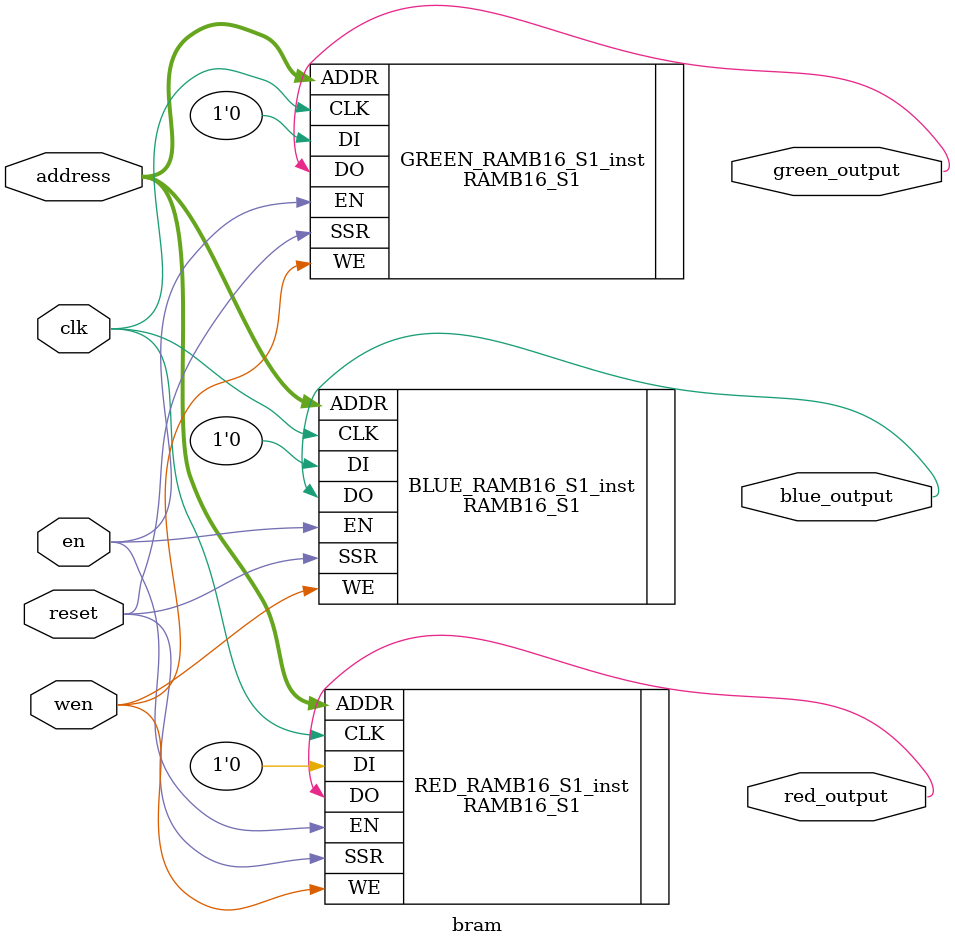
<source format=v>
module bram(clk, reset, en, wen, address, red_output, green_output, blue_output);
input clk, reset, en, wen;
input [13:0] address;

output red_output, green_output, blue_output;

   RAMB16_S1 #(
      .INIT(1'b0),
      .SRVAL(1'b0),
      .WRITE_MODE("READ_FIRST"), // WRITE_FIRST, READ_FIRST or NO_CHANGE

      // the red one
      .INIT_2F(256'hFFFFFFFFFFFFFFFFFFFFFFFFFFFFFFFF_FFFFFFFFFFFFFFFFFFFFFFFFFFFFFFFF),
      .INIT_2E(256'hFFFFFFFFFFFFFFFFFFFFFFFFFFFFFFFF_FFFFFFFFFFFFFFFFFFFFFFFFFFFFFFFF),
      .INIT_2D(256'hFFFFFFFFFFFFFFFFFFFFFFFFFFFFFFFF_FFFFFFFFFFFFFFFFFFFFFFFFFFFFFFFF),
      .INIT_2C(256'hFFFFFFFFFFFFFFFFFFFFFFFFFFFFFFFF_FFFFFFFFFFFFFFFFFFFFFFFFFFFFFFFF),
      .INIT_2B(256'hFFFFFFFFFFFFFFFFFFFFFFFFFFFFFFFF_FFFFFFFFFFFFFFFFFFFFFFFFFFFFFFFF),
      .INIT_2A(256'hFFFFFFFFFFFFFFFFFFFFFFFFFFFFFFFF_FFFFFFFFFFFFFFFFFFFFFFFFFFFFFFFF),
      .INIT_29(256'hFFFFFFFFFFFFFFFFFFFFFFFFFFFFFFFF_FFFFFFFFFFFFFFFFFFFFFFFFFFFFFFFF),
      .INIT_28(256'hFFFFFFFFFFFFFFFFFFFFFFFFFFFFFFFF_FFFFFFFFFFFFFFFFFFFFFFFFFFFFFFFF),
      .INIT_27(256'hFFFFFFFFFFFFFFFFFFFFFFFFFFFFFFFF_FFFFFFFFFFFFFFFFFFFFFFFFFFFFFFFF),
      .INIT_26(256'hFFFFFFFFFFFFFFFFFFFFFFFFFFFFFFFF_FFFFFFFFFFFFFFFFFFFFFFFFFFFFFFFF),
      .INIT_25(256'hFFFFFFFFFFFFFFFFFFFFFFFFFFFFFFFF_FFFFFFFFFFFFFFFFFFFFFFFFFFFFFFFF),
      .INIT_24(256'hFFFFFFFFFFFFFFFFFFFFFFFFFFFFFFFF_FFFFFFFFFFFFFFFFFFFFFFFFFFFFFFFF),

      // the green color
      .INIT_23(256'hFFFFFFFFFFFFFFFFFFFFFFFFFFFFFFFF_00000000000000000000000000000000),
      .INIT_22(256'hFFFFFFFFFFFFFFFFFFFFFFFFFFFFFFFF_FFFFFFFFFFFFFFFFFFFFFFFFFFFFFFFF),
      .INIT_21(256'h00000000000000000000000000000000_FFFFFFFFFFFFFFFFFFFFFFFFFFFFFFFF),

      .INIT_20(256'hFFFFFFFFFFFFFFFFFFFFFFFFFFFFFFFF_00000000000000000000000000000000),
      .INIT_1F(256'hFFFFFFFFFFFFFFFFFFFFFFFFFFFFFFFF_FFFFFFFFFFFFFFFFFFFFFFFFFFFFFFFF),
      .INIT_1E(256'h00000000000000000000000000000000_FFFFFFFFFFFFFFFFFFFFFFFFFFFFFFFF),

      .INIT_1D(256'hFFFFFFFFFFFFFFFFFFFFFFFFFFFFFFFF_00000000000000000000000000000000),
      .INIT_1C(256'hFFFFFFFFFFFFFFFFFFFFFFFFFFFFFFFF_FFFFFFFFFFFFFFFFFFFFFFFFFFFFFFFF),
      .INIT_1B(256'h00000000000000000000000000000000_FFFFFFFFFFFFFFFFFFFFFFFFFFFFFFFF),

      .INIT_1A(256'hFFFFFFFFFFFFFFFFFFFFFFFFFFFFFFFF_00000000000000000000000000000000),
      .INIT_19(256'hFFFFFFFFFFFFFFFFFFFFFFFFFFFFFFFF_FFFFFFFFFFFFFFFFFFFFFFFFFFFFFFFF),
      .INIT_18(256'h00000000000000000000000000000000_FFFFFFFFFFFFFFFFFFFFFFFFFFFFFFFF),

      // the blue color
      .INIT_17(256'hFFFFFFFFFFFFFFFFFFFFFFFFFFFFFFFF_00000000000000000000000000000000),
      .INIT_16(256'hFFFFFFFFFFFFFFFFFFFFFFFFFFFFFFFF_FFFFFFFFFFFFFFFFFFFFFFFFFFFFFFFF),
      .INIT_15(256'h00000000000000000000000000000000_FFFFFFFFFFFFFFFFFFFFFFFFFFFFFFFF),

      .INIT_14(256'hFFFFFFFFFFFFFFFFFFFFFFFFFFFFFFFF_00000000000000000000000000000000),
      .INIT_13(256'hFFFFFFFFFFFFFFFFFFFFFFFFFFFFFFFF_FFFFFFFFFFFFFFFFFFFFFFFFFFFFFFFF),
      .INIT_12(256'h00000000000000000000000000000000_FFFFFFFFFFFFFFFFFFFFFFFFFFFFFFFF),

      .INIT_11(256'hFFFFFFFFFFFFFFFFFFFFFFFFFFFFFFFF_00000000000000000000000000000000),
      .INIT_10(256'hFFFFFFFFFFFFFFFFFFFFFFFFFFFFFFFF_FFFFFFFFFFFFFFFFFFFFFFFFFFFFFFFF),
      .INIT_0F(256'h00000000000000000000000000000000_FFFFFFFFFFFFFFFFFFFFFFFFFFFFFFFF),

      .INIT_0E(256'hFFFFFFFFFFFFFFFFFFFFFFFFFFFFFFFF_00000000000000000000000000000000),
      .INIT_0D(256'hFFFFFFFFFFFFFFFFFFFFFFFFFFFFFFFF_FFFFFFFFFFFFFFFFFFFFFFFFFFFFFFFF),
      .INIT_0C(256'h00000000000000000000000000000000_FFFFFFFFFFFFFFFFFFFFFFFFFFFFFFFF),

      // the multicolor area
      .INIT_0B(256'h00000000000000000000000000000000_E1E1E1E1E1E1E1E1E1E1E1E1E1E1E1E1),
      .INIT_0A(256'hE1E1E1E1E1E1E1E1E1E1E1E1E1E1E1E1_E1E1E1E1E1E1E1E1E1E1E1E1E1E1E1E1),
      .INIT_09(256'hE1E1E1E1E1E1E1E1E1E1E1E1E1E1E1E1_E1E1E1E1E1E1E1E1E1E1E1E1E1E1E1E1),
      .INIT_08(256'hE1E1E1E1E1E1E1E1E1E1E1E1E1E1E1E1_E1E1E1E1E1E1E1E1E1E1E1E1E1E1E1E1),
      .INIT_07(256'hE1E1E1E1E1E1E1E1E1E1E1E1E1E1E1E1_E1E1E1E1E1E1E1E1E1E1E1E1E1E1E1E1),
      .INIT_06(256'hE1E1E1E1E1E1E1E1E1E1E1E1E1E1E1E1_E1E1E1E1E1E1E1E1E1E1E1E1E1E1E1E1),
      .INIT_05(256'hE1E1E1E1E1E1E1E1E1E1E1E1E1E1E1E1_E1E1E1E1E1E1E1E1E1E1E1E1E1E1E1E1),
      .INIT_04(256'hE1E1E1E1E1E1E1E1E1E1E1E1E1E1E1E1_E1E1E1E1E1E1E1E1E1E1E1E1E1E1E1E1),
      .INIT_03(256'hE1E1E1E1E1E1E1E1E1E1E1E1E1E1E1E1_E1E1E1E1E1E1E1E1E1E1E1E1E1E1E1E1),
      .INIT_02(256'hE1E1E1E1E1E1E1E1E1E1E1E1E1E1E1E1_E1E1E1E1E1E1E1E1E1E1E1E1E1E1E1E1),
      .INIT_01(256'hE1E1E1E1E1E1E1E1E1E1E1E1E1E1E1E1_E1E1E1E1E1E1E1E1E1E1E1E1E1E1E1E1),
      .INIT_00(256'hE1E1E1E1E1E1E1E1E1E1E1E1E1E1E1E1_00000000000000000000000000000000)
    ) RED_RAMB16_S1_inst (
      .DO(red_output),
      .ADDR(address),
      .CLK(clk),
      .DI(1'b0),
      .EN(en),
      .SSR(reset),
      .WE(wen)
   );

   // **************************** GREEN COLOR *********************************

  RAMB16_S1 #(
    .INIT(1'b0),
    .SRVAL(1'b0),
    .WRITE_MODE("READ_FIRST"),

    // the red one
    .INIT_2F(256'hFFFFFFFFFFFFFFFFFFFFFFFFFFFFFFFF_00000000000000000000000000000000),
    .INIT_2E(256'hFFFFFFFFFFFFFFFFFFFFFFFFFFFFFFFF_FFFFFFFFFFFFFFFFFFFFFFFFFFFFFFFF),
    .INIT_2D(256'h00000000000000000000000000000000_FFFFFFFFFFFFFFFFFFFFFFFFFFFFFFFF),

    .INIT_2C(256'hFFFFFFFFFFFFFFFFFFFFFFFFFFFFFFFF_00000000000000000000000000000000),
    .INIT_2B(256'hFFFFFFFFFFFFFFFFFFFFFFFFFFFFFFFF_FFFFFFFFFFFFFFFFFFFFFFFFFFFFFFFF),
    .INIT_2A(256'h00000000000000000000000000000000_FFFFFFFFFFFFFFFFFFFFFFFFFFFFFFFF),

    .INIT_29(256'hFFFFFFFFFFFFFFFFFFFFFFFFFFFFFFFF_00000000000000000000000000000000),
    .INIT_28(256'hFFFFFFFFFFFFFFFFFFFFFFFFFFFFFFFF_FFFFFFFFFFFFFFFFFFFFFFFFFFFFFFFF),
    .INIT_27(256'h00000000000000000000000000000000_FFFFFFFFFFFFFFFFFFFFFFFFFFFFFFFF),

    .INIT_26(256'hFFFFFFFFFFFFFFFFFFFFFFFFFFFFFFFF_00000000000000000000000000000000),
    .INIT_25(256'hFFFFFFFFFFFFFFFFFFFFFFFFFFFFFFFF_FFFFFFFFFFFFFFFFFFFFFFFFFFFFFFFF),
    .INIT_24(256'h00000000000000000000000000000000_FFFFFFFFFFFFFFFFFFFFFFFFFFFFFFFF),

    // the green color
    .INIT_23(256'hFFFFFFFFFFFFFFFFFFFFFFFFFFFFFFFF_FFFFFFFFFFFFFFFFFFFFFFFFFFFFFFFF),
    .INIT_22(256'hFFFFFFFFFFFFFFFFFFFFFFFFFFFFFFFF_FFFFFFFFFFFFFFFFFFFFFFFFFFFFFFFF),
    .INIT_21(256'hFFFFFFFFFFFFFFFFFFFFFFFFFFFFFFFF_FFFFFFFFFFFFFFFFFFFFFFFFFFFFFFFF),
    .INIT_20(256'hFFFFFFFFFFFFFFFFFFFFFFFFFFFFFFFF_FFFFFFFFFFFFFFFFFFFFFFFFFFFFFFFF),
    .INIT_1F(256'hFFFFFFFFFFFFFFFFFFFFFFFFFFFFFFFF_FFFFFFFFFFFFFFFFFFFFFFFFFFFFFFFF),
    .INIT_1E(256'hFFFFFFFFFFFFFFFFFFFFFFFFFFFFFFFF_FFFFFFFFFFFFFFFFFFFFFFFFFFFFFFFF),
    .INIT_1D(256'hFFFFFFFFFFFFFFFFFFFFFFFFFFFFFFFF_FFFFFFFFFFFFFFFFFFFFFFFFFFFFFFFF),
    .INIT_1C(256'hFFFFFFFFFFFFFFFFFFFFFFFFFFFFFFFF_FFFFFFFFFFFFFFFFFFFFFFFFFFFFFFFF),
    .INIT_1B(256'hFFFFFFFFFFFFFFFFFFFFFFFFFFFFFFFF_FFFFFFFFFFFFFFFFFFFFFFFFFFFFFFFF),
    .INIT_1A(256'hFFFFFFFFFFFFFFFFFFFFFFFFFFFFFFFF_FFFFFFFFFFFFFFFFFFFFFFFFFFFFFFFF),
    .INIT_19(256'hFFFFFFFFFFFFFFFFFFFFFFFFFFFFFFFF_FFFFFFFFFFFFFFFFFFFFFFFFFFFFFFFF),
    .INIT_18(256'hFFFFFFFFFFFFFFFFFFFFFFFFFFFFFFFF_FFFFFFFFFFFFFFFFFFFFFFFFFFFFFFFF),

    // the blue color
    .INIT_17(256'hFFFFFFFFFFFFFFFFFFFFFFFFFFFFFFFF_00000000000000000000000000000000),
    .INIT_16(256'hFFFFFFFFFFFFFFFFFFFFFFFFFFFFFFFF_FFFFFFFFFFFFFFFFFFFFFFFFFFFFFFFF),
    .INIT_15(256'h00000000000000000000000000000000_FFFFFFFFFFFFFFFFFFFFFFFFFFFFFFFF),

    .INIT_14(256'hFFFFFFFFFFFFFFFFFFFFFFFFFFFFFFFF_00000000000000000000000000000000),
    .INIT_13(256'hFFFFFFFFFFFFFFFFFFFFFFFFFFFFFFFF_FFFFFFFFFFFFFFFFFFFFFFFFFFFFFFFF),
    .INIT_12(256'h00000000000000000000000000000000_FFFFFFFFFFFFFFFFFFFFFFFFFFFFFFFF),

    .INIT_11(256'hFFFFFFFFFFFFFFFFFFFFFFFFFFFFFFFF_00000000000000000000000000000000),
    .INIT_10(256'hFFFFFFFFFFFFFFFFFFFFFFFFFFFFFFFF_FFFFFFFFFFFFFFFFFFFFFFFFFFFFFFFF),
    .INIT_0F(256'h00000000000000000000000000000000_FFFFFFFFFFFFFFFFFFFFFFFFFFFFFFFF),

    .INIT_0E(256'hFFFFFFFFFFFFFFFFFFFFFFFFFFFFFFFF_00000000000000000000000000000000),
    .INIT_0D(256'hFFFFFFFFFFFFFFFFFFFFFFFFFFFFFFFF_FFFFFFFFFFFFFFFFFFFFFFFFFFFFFFFF),
    .INIT_0C(256'h00000000000000000000000000000000_FFFFFFFFFFFFFFFFFFFFFFFFFFFFFFFF),

    // the multicolor area
    .INIT_0B(256'h00000000000000000000000000000000_99999999999999999999999999999999),
    .INIT_0A(256'h99999999999999999999999999999999_99999999999999999999999999999999),
    .INIT_09(256'h99999999999999999999999999999999_99999999999999999999999999999999),
    .INIT_08(256'h99999999999999999999999999999999_99999999999999999999999999999999),
    .INIT_07(256'h99999999999999999999999999999999_99999999999999999999999999999999),
    .INIT_06(256'h99999999999999999999999999999999_99999999999999999999999999999999),
    .INIT_05(256'h99999999999999999999999999999999_99999999999999999999999999999999),
    .INIT_04(256'h99999999999999999999999999999999_99999999999999999999999999999999),
    .INIT_03(256'h99999999999999999999999999999999_99999999999999999999999999999999),
    .INIT_02(256'h99999999999999999999999999999999_99999999999999999999999999999999),
    .INIT_01(256'h99999999999999999999999999999999_99999999999999999999999999999999),
    .INIT_00(256'h99999999999999999999999999999999_00000000000000000000000000000000)
    ) GREEN_RAMB16_S1_inst (
      .DO(green_output),
      .ADDR(address),
      .CLK(clk),
      .DI(1'b0),
      .EN(en),
      .SSR(reset),
      .WE(wen)
      );

  // ******************************* BLUE COLOR ********************************

  RAMB16_S1 #(
     .INIT(1'b0),
     .SRVAL(1'b0),
     .WRITE_MODE("READ_FIRST"),

     // the red one
     .INIT_2F(256'hFFFFFFFFFFFFFFFFFFFFFFFFFFFFFFFF_00000000000000000000000000000000),
     .INIT_2E(256'hFFFFFFFFFFFFFFFFFFFFFFFFFFFFFFFF_FFFFFFFFFFFFFFFFFFFFFFFFFFFFFFFF),
     .INIT_2D(256'h00000000000000000000000000000000_FFFFFFFFFFFFFFFFFFFFFFFFFFFFFFFF),

     .INIT_2C(256'hFFFFFFFFFFFFFFFFFFFFFFFFFFFFFFFF_00000000000000000000000000000000),
     .INIT_2B(256'hFFFFFFFFFFFFFFFFFFFFFFFFFFFFFFFF_FFFFFFFFFFFFFFFFFFFFFFFFFFFFFFFF),
     .INIT_2A(256'h00000000000000000000000000000000_FFFFFFFFFFFFFFFFFFFFFFFFFFFFFFFF),

     .INIT_29(256'hFFFFFFFFFFFFFFFFFFFFFFFFFFFFFFFF_00000000000000000000000000000000),
     .INIT_28(256'hFFFFFFFFFFFFFFFFFFFFFFFFFFFFFFFF_FFFFFFFFFFFFFFFFFFFFFFFFFFFFFFFF),
     .INIT_27(256'h00000000000000000000000000000000_FFFFFFFFFFFFFFFFFFFFFFFFFFFFFFFF),

     .INIT_26(256'hFFFFFFFFFFFFFFFFFFFFFFFFFFFFFFFF_00000000000000000000000000000000),
     .INIT_25(256'hFFFFFFFFFFFFFFFFFFFFFFFFFFFFFFFF_FFFFFFFFFFFFFFFFFFFFFFFFFFFFFFFF),
     .INIT_24(256'h00000000000000000000000000000000_FFFFFFFFFFFFFFFFFFFFFFFFFFFFFFFF),

     // the green color
     .INIT_23(256'hFFFFFFFFFFFFFFFFFFFFFFFFFFFFFFFF_00000000000000000000000000000000),
     .INIT_22(256'hFFFFFFFFFFFFFFFFFFFFFFFFFFFFFFFF_FFFFFFFFFFFFFFFFFFFFFFFFFFFFFFFF),
     .INIT_21(256'h00000000000000000000000000000000_FFFFFFFFFFFFFFFFFFFFFFFFFFFFFFFF),

     .INIT_20(256'hFFFFFFFFFFFFFFFFFFFFFFFFFFFFFFFF_00000000000000000000000000000000),
     .INIT_1F(256'hFFFFFFFFFFFFFFFFFFFFFFFFFFFFFFFF_FFFFFFFFFFFFFFFFFFFFFFFFFFFFFFFF),
     .INIT_1E(256'h00000000000000000000000000000000_FFFFFFFFFFFFFFFFFFFFFFFFFFFFFFFF),

     .INIT_1D(256'hFFFFFFFFFFFFFFFFFFFFFFFFFFFFFFFF_00000000000000000000000000000000),
     .INIT_1C(256'hFFFFFFFFFFFFFFFFFFFFFFFFFFFFFFFF_FFFFFFFFFFFFFFFFFFFFFFFFFFFFFFFF),
     .INIT_1B(256'h00000000000000000000000000000000_FFFFFFFFFFFFFFFFFFFFFFFFFFFFFFFF),

     .INIT_1A(256'hFFFFFFFFFFFFFFFFFFFFFFFFFFFFFFFF_00000000000000000000000000000000),
     .INIT_19(256'hFFFFFFFFFFFFFFFFFFFFFFFFFFFFFFFF_FFFFFFFFFFFFFFFFFFFFFFFFFFFFFFFF),
     .INIT_18(256'h00000000000000000000000000000000_FFFFFFFFFFFFFFFFFFFFFFFFFFFFFFFF),

     // the blue color
     .INIT_17(256'hFFFFFFFFFFFFFFFFFFFFFFFFFFFFFFFF_FFFFFFFFFFFFFFFFFFFFFFFFFFFFFFFF),
     .INIT_16(256'hFFFFFFFFFFFFFFFFFFFFFFFFFFFFFFFF_FFFFFFFFFFFFFFFFFFFFFFFFFFFFFFFF),
     .INIT_15(256'hFFFFFFFFFFFFFFFFFFFFFFFFFFFFFFFF_FFFFFFFFFFFFFFFFFFFFFFFFFFFFFFFF),
     .INIT_14(256'hFFFFFFFFFFFFFFFFFFFFFFFFFFFFFFFF_FFFFFFFFFFFFFFFFFFFFFFFFFFFFFFFF),
     .INIT_13(256'hFFFFFFFFFFFFFFFFFFFFFFFFFFFFFFFF_FFFFFFFFFFFFFFFFFFFFFFFFFFFFFFFF),
     .INIT_12(256'hFFFFFFFFFFFFFFFFFFFFFFFFFFFFFFFF_FFFFFFFFFFFFFFFFFFFFFFFFFFFFFFFF),
     .INIT_11(256'hFFFFFFFFFFFFFFFFFFFFFFFFFFFFFFFF_FFFFFFFFFFFFFFFFFFFFFFFFFFFFFFFF),
     .INIT_10(256'hFFFFFFFFFFFFFFFFFFFFFFFFFFFFFFFF_FFFFFFFFFFFFFFFFFFFFFFFFFFFFFFFF),
     .INIT_0F(256'hFFFFFFFFFFFFFFFFFFFFFFFFFFFFFFFF_FFFFFFFFFFFFFFFFFFFFFFFFFFFFFFFF),
     .INIT_0E(256'hFFFFFFFFFFFFFFFFFFFFFFFFFFFFFFFF_FFFFFFFFFFFFFFFFFFFFFFFFFFFFFFFF),
     .INIT_0D(256'hFFFFFFFFFFFFFFFFFFFFFFFFFFFFFFFF_FFFFFFFFFFFFFFFFFFFFFFFFFFFFFFFF),
     .INIT_0C(256'hFFFFFFFFFFFFFFFFFFFFFFFFFFFFFFFF_FFFFFFFFFFFFFFFFFFFFFFFFFFFFFFFF),

     // the multicolor area
     .INIT_0B(256'h00000000000000000000000000000000_87878787878787878787878787878787),
     .INIT_0A(256'h87878787878787878787878787878787_87878787878787878787878787878787),
     .INIT_09(256'h87878787878787878787878787878787_87878787878787878787878787878787),
     .INIT_08(256'h87878787878787878787878787878787_87878787878787878787878787878787),
     .INIT_07(256'h87878787878787878787878787878787_87878787878787878787878787878787),
     .INIT_06(256'h87878787878787878787878787878787_87878787878787878787878787878787),
     .INIT_05(256'h87878787878787878787878787878787_87878787878787878787878787878787),
     .INIT_04(256'h87878787878787878787878787878787_87878787878787878787878787878787),
     .INIT_03(256'h87878787878787878787878787878787_87878787878787878787878787878787),
     .INIT_02(256'h87878787878787878787878787878787_87878787878787878787878787878787),
     .INIT_01(256'h87878787878787878787878787878787_87878787878787878787878787878787),
     .INIT_00(256'h87878787878787878787878787878787_00000000000000000000000000000000)
    ) BLUE_RAMB16_S1_inst (
     .DO(blue_output),
     .ADDR(address),
     .CLK(clk),
     .DI(1'b0),
     .EN(en),
     .SSR(reset),
     .WE(wen)
  );

endmodule

</source>
